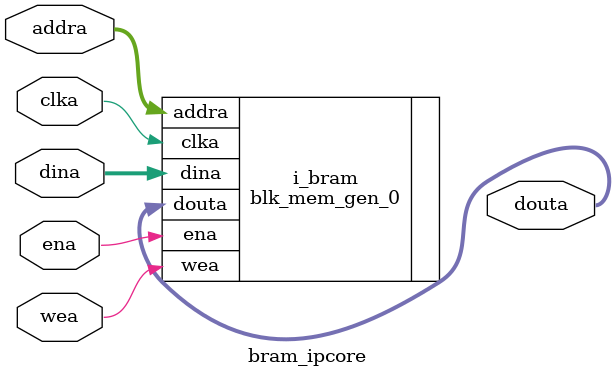
<source format=v>

module bram_ipcore(
    clka,
    addra,
    dina,
    ena,
    wea,
    douta
);
//**********************************************************************
// --- Parameter
//**********************************************************************
    parameter DATA_WIDTH = 8;
    parameter ADDR_WIDTH = 4;
    parameter RAM_DEPTH  = (1 << ADDR_WIDTH);

//**********************************************************************
// --- Input/Output Declaration
//**********************************************************************
    input  wire                     clka;    
    input  wire [ADDR_WIDTH-1:0]    addra;
    input  wire [DATA_WIDTH-1:0]    dina;
    input  wire                     ena;
    input  wire                     wea;

    output wire [DATA_WIDTH-1:0]    douta;
    
//**********************************************************************
// --- Main Core
//**********************************************************************
    blk_mem_gen_0 i_bram(
        .clka   (clka   ),
        .addra  (addra  ),
        .dina   (dina   ),
        .ena    (ena    ),
        .wea    (wea    ),
        .douta  (douta  )
    );

endmodule
</source>
